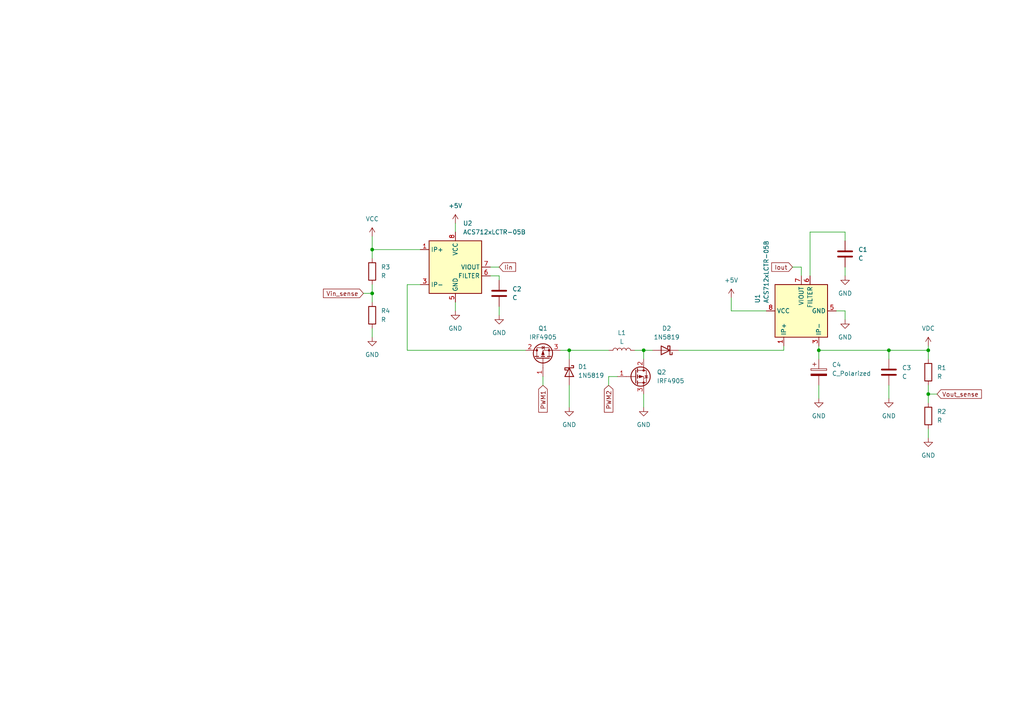
<source format=kicad_sch>
(kicad_sch (version 20230121) (generator eeschema)
  (paper "A4")
  (lib_symbols
    (symbol "Device:C" (pin_numbers hide) (pin_names (offset 0.254))
      (property "Reference" "C" (at 0.635 2.54 0))
      (property "Value" "C" (at 0.635 -2.54 0))
      (symbol "C_0_1"
        (polyline (pts (xy -2.032 -0.762) (xy 2.032 -0.762)) (stroke (width 0.508)))
        (polyline (pts (xy -2.032 0.762) (xy 2.032 0.762)) (stroke (width 0.508)))
      )
      (symbol "C_1_1"
        (pin passive line (at 0 3.81 270) (length 2.794) (name "~") (number "1"))
        (pin passive line (at 0 -3.81 90) (length 2.794) (name "~") (number "2"))
      )
    )
    (symbol "Device:C_Polarized" (pin_numbers hide) (pin_names (offset 0.254))
      (property "Reference" "C" (at 0.635 2.54 0))
      (property "Value" "C_Polarized" (at 0.635 -2.54 0))
      (symbol "C_Polarized_0_1"
        (rectangle (start -2.286 0.508) (end 2.286 1.016))
        (polyline (pts (xy -1.778 2.286) (xy -0.762 2.286)))
        (polyline (pts (xy -1.27 2.794) (xy -1.27 1.778)))
        (rectangle (start 2.286 -0.508) (end -2.286 -1.016) (fill (type outline)))
      )
      (symbol "C_Polarized_1_1"
        (pin passive line (at 0 3.81 270) (length 2.794) (name "~") (number "1"))
        (pin passive line (at 0 -3.81 90) (length 2.794) (name "~") (number "2"))
      )
    )
    (symbol "Device:L" (pin_numbers hide) (pin_names (offset 1.016) hide)
      (property "Reference" "L" (at -1.27 0 90))
      (property "Value" "L" (at 1.905 0 90))
      (symbol "L_0_1"
        (arc (start 0 -2.54) (mid 0.6323 -1.905) (end 0 -1.27))
        (arc (start 0 -1.27) (mid 0.6323 -0.635) (end 0 0))
        (arc (start 0 0) (mid 0.6323 0.635) (end 0 1.27))
        (arc (start 0 1.27) (mid 0.6323 1.905) (end 0 2.54))
      )
      (symbol "L_1_1"
        (pin passive line (at 0 3.81 270) (length 1.27) (name "1") (number "1"))
        (pin passive line (at 0 -3.81 90) (length 1.27) (name "2") (number "2"))
      )
    )
    (symbol "Device:R" (pin_numbers hide) (pin_names (offset 0))
      (property "Reference" "R" (at 2.032 0 90))
      (property "Value" "R" (at 0 0 90))
      (symbol "R_0_1"
        (rectangle (start -1.016 -2.54) (end 1.016 2.54) (stroke (width 0.254)))
      )
      (symbol "R_1_1"
        (pin passive line (at 0 3.81 270) (length 1.27) (name "~") (number "1"))
        (pin passive line (at 0 -3.81 90) (length 1.27) (name "~") (number "2"))
      )
    )
    (symbol "Diode:1N5819" (pin_numbers hide) (pin_names (offset 1.016) hide)
      (property "Reference" "D" (at 0 2.54 0))
      (property "Value" "1N5819" (at 0 -2.54 0))
      (symbol "1N5819_0_1"
        (polyline (pts (xy 1.27 0) (xy -1.27 0)))
        (polyline (pts (xy 1.27 1.27) (xy 1.27 -1.27) (xy -1.27 0) (xy 1.27 1.27)) (stroke (width 0.254)))
        (polyline (pts (xy -1.905 0.635) (xy -1.905 1.27) (xy -1.27 1.27) (xy -1.27 -1.27) (xy -0.635 -1.27) (xy -0.635 -0.635)) (stroke (width 0.254)))
      )
      (symbol "1N5819_1_1"
        (pin passive line (at -3.81 0 0) (length 2.54) (name "K") (number "1"))
        (pin passive line (at 3.81 0 180) (length 2.54) (name "A") (number "2"))
      )
    )
    (symbol "Sensor_Current:ACS712xLCTR-05B"
      (property "Reference" "U" (at 2.54 11.43 0))
      (property "Value" "ACS712xLCTR-05B" (at 2.54 8.89 0))
      (symbol "ACS712xLCTR-05B_0_1"
        (rectangle (start -7.62 7.62) (end 7.62 -7.62) (stroke (width 0.254)) (fill (type background)))
      )
      (symbol "ACS712xLCTR-05B_1_1"
        (pin passive line (at -10.16 5.08 0) (length 2.54) (name "IP+") (number "1"))
        (pin passive line (at -10.16 5.08 0) (length 2.54) hide (name "IP+") (number "2"))
        (pin passive line (at -10.16 -5.08 0) (length 2.54) (name "IP-") (number "3"))
        (pin passive line (at -10.16 -5.08 0) (length 2.54) hide (name "IP-") (number "4"))
        (pin power_in line (at 0 -10.16 90) (length 2.54) (name "GND") (number "5"))
        (pin passive line (at 10.16 -2.54 180) (length 2.54) (name "FILTER") (number "6"))
        (pin output line (at 10.16 0 180) (length 2.54) (name "VIOUT") (number "7"))
        (pin power_in line (at 0 10.16 270) (length 2.54) (name "VCC") (number "8"))
      )
    )
    (symbol "Transistor_FET:IRF4905" (pin_names hide)
      (property "Reference" "Q" (at 5.08 1.905 0))
      (property "Value" "IRF4905" (at 5.08 0 0))
      (symbol "IRF4905_0_1"
        (polyline (pts (xy 0.254 0) (xy -2.54 0)))
        (polyline (pts (xy 0.254 1.905) (xy 0.254 -1.905)) (stroke (width 0.254)))
        (polyline (pts (xy 0.762 -1.27) (xy 0.762 -2.286)) (stroke (width 0.254)))
        (polyline (pts (xy 0.762 0.508) (xy 0.762 -0.508)) (stroke (width 0.254)))
        (polyline (pts (xy 0.762 2.286) (xy 0.762 1.27)) (stroke (width 0.254)))
        (polyline (pts (xy 2.54 2.54) (xy 2.54 1.778)))
        (polyline (pts (xy 2.54 -2.54) (xy 2.54 0) (xy 0.762 0)))
        (polyline (pts (xy 0.762 1.778) (xy 3.302 1.778) (xy 3.302 -1.778) (xy 0.762 -1.778)))
        (polyline (pts (xy 2.286 0) (xy 1.27 0.381) (xy 1.27 -0.381) (xy 2.286 0)) (fill (type outline)))
        (polyline (pts (xy 2.794 -0.508) (xy 2.921 -0.381) (xy 3.683 -0.381) (xy 3.81 -0.254)))
        (polyline (pts (xy 3.302 -0.381) (xy 2.921 0.254) (xy 3.683 0.254) (xy 3.302 -0.381)))
        (circle (center 1.651 0) (radius 2.794) (stroke (width 0.254)))
        (circle (center 2.54 -1.778) (radius 0.254) (fill (type outline)))
        (circle (center 2.54 1.778) (radius 0.254) (fill (type outline)))
      )
      (symbol "IRF4905_1_1"
        (pin input line (at -5.08 0 0) (length 2.54) (name "G") (number "1"))
        (pin passive line (at 2.54 5.08 270) (length 2.54) (name "D") (number "2"))
        (pin passive line (at 2.54 -5.08 90) (length 2.54) (name "S") (number "3"))
      )
    )
    (symbol "power:+5V" (power) (pin_names (offset 0))
      (property "Value" "+5V" (at 0 3.556 0))
      (symbol "+5V_0_1"
        (polyline (pts (xy -0.762 1.27) (xy 0 2.54)))
        (polyline (pts (xy 0 0) (xy 0 2.54)))
        (polyline (pts (xy 0 2.54) (xy 0.762 1.27)))
      )
      (symbol "+5V_1_1"
        (pin power_in line (at 0 0 90) (length 0) hide (name "+5V") (number "1"))
      )
    )
    (symbol "power:GND" (power) (pin_names (offset 0))
      (property "Value" "GND" (at 0 -3.81 0))
      (symbol "GND_0_1"
        (polyline (pts (xy 0 0) (xy 0 -1.27) (xy 1.27 -1.27) (xy 0 -2.54) (xy -1.27 -1.27) (xy 0 -1.27)))
      )
      (symbol "GND_1_1"
        (pin power_in line (at 0 0 270) (length 0) hide (name "GND") (number "1"))
      )
    )
    (symbol "power:VCC" (power) (pin_names (offset 0))
      (property "Value" "VCC" (at 0 3.81 0))
      (symbol "VCC_0_1"
        (polyline (pts (xy -0.762 1.27) (xy 0 2.54)))
        (polyline (pts (xy 0 0) (xy 0 2.54)))
        (polyline (pts (xy 0 2.54) (xy 0.762 1.27)))
      )
      (symbol "VCC_1_1"
        (pin power_in line (at 0 0 90) (length 0) hide (name "VCC") (number "1"))
      )
    )
    (symbol "power:VDC" (power) (pin_names (offset 0))
      (property "Value" "VDC" (at 0 6.35 0))
      (symbol "VDC_0_1"
        (polyline (pts (xy -0.762 1.27) (xy 0 2.54)))
        (polyline (pts (xy 0 0) (xy 0 2.54)))
        (polyline (pts (xy 0 2.54) (xy 0.762 1.27)))
      )
      (symbol "VDC_1_1"
        (pin power_in line (at 0 0 90) (length 0) hide (name "VDC") (number "1"))
      )
    )
  )
  (junction (at 269.24 114.3))
  (junction (at 107.95 72.39))
  (junction (at 165.1 101.6))
  (junction (at 269.24 101.6))
  (junction (at 257.81 101.6))
  (junction (at 107.95 85.09))
  (junction (at 237.49 101.6))
  (junction (at 186.69 101.6))
  (wire (pts (xy 237.49 101.6) (xy 257.81 101.6)))
  (wire (pts (xy 232.41 77.47) (xy 232.41 80.01)))
  (wire (pts (xy 227.33 101.6) (xy 227.33 100.33)))
  (wire (pts (xy 142.24 80.01) (xy 144.78 80.01)))
  (wire (pts (xy 245.11 90.17) (xy 245.11 92.71)))
  (wire (pts (xy 162.56 101.6) (xy 165.1 101.6)))
  (wire (pts (xy 245.11 67.31) (xy 245.11 69.85)))
  (wire (pts (xy 234.95 67.31) (xy 234.95 80.01)))
  (wire (pts (xy 165.1 111.76) (xy 165.1 118.11)))
  (wire (pts (xy 245.11 77.47) (xy 245.11 80.01)))
  (wire (pts (xy 132.08 87.63) (xy 132.08 90.17)))
  (wire (pts (xy 269.24 101.6) (xy 269.24 104.14)))
  (wire (pts (xy 229.87 77.47) (xy 232.41 77.47)))
  (wire (pts (xy 257.81 101.6) (xy 257.81 104.14)))
  (wire (pts (xy 237.49 100.33) (xy 237.49 101.6)))
  (wire (pts (xy 165.1 101.6) (xy 165.1 104.14)))
  (wire (pts (xy 121.92 72.39) (xy 107.95 72.39)))
  (wire (pts (xy 237.49 101.6) (xy 237.49 104.14)))
  (wire (pts (xy 242.57 90.17) (xy 245.11 90.17)))
  (wire (pts (xy 269.24 114.3) (xy 271.78 114.3)))
  (wire (pts (xy 212.09 90.17) (xy 212.09 86.36)))
  (wire (pts (xy 269.24 101.6) (xy 269.24 100.33)))
  (wire (pts (xy 186.69 101.6) (xy 189.23 101.6)))
  (wire (pts (xy 132.08 64.77) (xy 132.08 67.31)))
  (wire (pts (xy 184.15 101.6) (xy 186.69 101.6)))
  (wire (pts (xy 107.95 72.39) (xy 107.95 68.58)))
  (wire (pts (xy 118.11 101.6) (xy 118.11 82.55)))
  (wire (pts (xy 107.95 85.09) (xy 105.41 85.09)))
  (wire (pts (xy 269.24 124.46) (xy 269.24 127)))
  (wire (pts (xy 157.48 109.22) (xy 157.48 111.76)))
  (wire (pts (xy 186.69 101.6) (xy 186.69 104.14)))
  (wire (pts (xy 257.81 111.76) (xy 257.81 115.57)))
  (wire (pts (xy 107.95 72.39) (xy 107.95 74.93)))
  (wire (pts (xy 144.78 80.01) (xy 144.78 81.28)))
  (wire (pts (xy 107.95 95.25) (xy 107.95 97.79)))
  (wire (pts (xy 107.95 82.55) (xy 107.95 85.09)))
  (wire (pts (xy 179.07 109.22) (xy 176.53 109.22)))
  (wire (pts (xy 107.95 85.09) (xy 107.95 87.63)))
  (wire (pts (xy 269.24 114.3) (xy 269.24 116.84)))
  (wire (pts (xy 222.25 90.17) (xy 212.09 90.17)))
  (wire (pts (xy 269.24 101.6) (xy 257.81 101.6)))
  (wire (pts (xy 237.49 111.76) (xy 237.49 115.57)))
  (wire (pts (xy 118.11 82.55) (xy 121.92 82.55)))
  (wire (pts (xy 269.24 111.76) (xy 269.24 114.3)))
  (wire (pts (xy 152.4 101.6) (xy 118.11 101.6)))
  (wire (pts (xy 196.85 101.6) (xy 227.33 101.6)))
  (wire (pts (xy 234.95 67.31) (xy 245.11 67.31)))
  (wire (pts (xy 186.69 114.3) (xy 186.69 118.11)))
  (wire (pts (xy 165.1 101.6) (xy 176.53 101.6)))
  (wire (pts (xy 176.53 109.22) (xy 176.53 111.76)))
  (wire (pts (xy 144.78 88.9) (xy 144.78 91.44)))
  (wire (pts (xy 142.24 77.47) (xy 144.78 77.47)))
  (global_label "Vout_sense" (shape input) (at 271.78 114.3 0) (property "Intersheetrefs" "${INTERSHEET_REFS}" (effects hide)))
  (global_label "PWM2" (shape input) (at 176.53 111.76 270) (property "Intersheetrefs" "${INTERSHEET_REFS}" (effects hide)))
  (global_label "Iout" (shape input) (at 229.87 77.47 180) (property "Intersheetrefs" "${INTERSHEET_REFS}" (effects hide)))
  (global_label "Iin" (shape input) (at 144.78 77.47 0) (property "Intersheetrefs" "${INTERSHEET_REFS}" (effects hide)))
  (global_label "PWM1" (shape input) (at 157.48 111.76 270) (property "Intersheetrefs" "${INTERSHEET_REFS}" (effects hide)))
  (global_label "Vin_sense" (shape input) (at 105.41 85.09 180) (property "Intersheetrefs" "${INTERSHEET_REFS}" (effects hide)))
  (symbol (lib_id "power:GND") (at 269.24 127 0) (unit 1)
    (property "Reference" "#PWR013" (effects hide))
    (property "Value" "GND" (at 269.24 132.08 0))
  )
  (symbol (lib_id "Sensor_Current:ACS712xLCTR-05B") (at 232.41 90.17 90) (unit 1)
    (property "Reference" "U1" (at 219.71 87.9759 0) (effects (justify left)))
    (property "Value" "ACS712xLCTR-05B" (at 222.25 87.9759 0) (effects (justify left)))
    (property "Footprint" "Package_SO:SOIC-8_3.9x4.9mm_P1.27mm" (effects hide))
    (property "Datasheet" "http://www.allegromicro.com/~/media/Files/Datasheets/ACS712-Datasheet.ashx?la=en" (effects hide))
  )
  (symbol (lib_id "Device:C") (at 257.81 107.95 0) (unit 1)
    (property "Reference" "C3" (at 261.62 106.68 0) (effects (justify left)))
    (property "Value" "C" (at 261.62 109.22 0) (effects (justify left)))
  )
  (symbol (lib_id "Device:C_Polarized") (at 237.49 107.95 0) (unit 1)
    (property "Reference" "C4" (at 241.3 105.791 0) (effects (justify left)))
    (property "Value" "C_Polarized" (at 241.3 108.331 0) (effects (justify left)))
  )
  (symbol (lib_id "power:GND") (at 257.81 115.57 0) (unit 1)
    (property "Reference" "#PWR012" (effects hide))
    (property "Value" "GND" (at 257.81 120.65 0))
  )
  (symbol (lib_id "power:GND") (at 186.69 118.11 0) (unit 1)
    (property "Reference" "#PWR03" (effects hide))
    (property "Value" "GND" (at 186.69 123.19 0))
  )
  (symbol (lib_id "power:GND") (at 165.1 118.11 0) (unit 1)
    (property "Reference" "#PWR02" (effects hide))
    (property "Value" "GND" (at 165.1 123.19 0))
  )
  (symbol (lib_id "power:+5V") (at 212.09 86.36 0) (unit 1)
    (property "Reference" "#PWR04" (effects hide))
    (property "Value" "+5V" (at 212.09 81.28 0))
  )
  (symbol (lib_id "power:GND") (at 245.11 80.01 0) (unit 1)
    (property "Reference" "#PWR06" (effects hide))
    (property "Value" "GND" (at 245.11 85.09 0))
  )
  (symbol (lib_id "Diode:1N5819") (at 165.1 107.95 270) (unit 1)
    (property "Reference" "D1" (at 167.64 106.3625 90) (effects (justify left)))
    (property "Value" "1N5819" (at 167.64 108.9025 90) (effects (justify left)))
    (property "Footprint" "Diode_THT:D_DO-41_SOD81_P10.16mm_Horizontal" (effects hide))
    (property "Datasheet" "http://www.vishay.com/docs/88525/1n5817.pdf" (effects hide))
  )
  (symbol (lib_id "power:GND") (at 237.49 115.57 0) (unit 1)
    (property "Reference" "#PWR011" (effects hide))
    (property "Value" "GND" (at 237.49 120.65 0))
  )
  (symbol (lib_id "power:GND") (at 144.78 91.44 0) (unit 1)
    (property "Reference" "#PWR09" (effects hide))
    (property "Value" "GND" (at 144.78 96.52 0))
  )
  (symbol (lib_id "Device:R") (at 107.95 91.44 0) (unit 1)
    (property "Reference" "R4" (at 110.49 90.17 0) (effects (justify left)))
    (property "Value" "R" (at 110.49 92.71 0) (effects (justify left)))
  )
  (symbol (lib_id "Device:R") (at 269.24 107.95 0) (unit 1)
    (property "Reference" "R1" (at 271.78 106.68 0) (effects (justify left)))
    (property "Value" "R" (at 271.78 109.22 0) (effects (justify left)))
  )
  (symbol (lib_id "power:+5V") (at 132.08 64.77 0) (unit 1)
    (property "Reference" "#PWR07" (effects hide))
    (property "Value" "+5V" (at 132.08 59.69 0))
  )
  (symbol (lib_id "Device:C") (at 144.78 85.09 0) (unit 1)
    (property "Reference" "C2" (at 148.59 83.82 0) (effects (justify left)))
    (property "Value" "C" (at 148.59 86.36 0) (effects (justify left)))
  )
  (symbol (lib_id "power:VCC") (at 107.95 68.58 0) (unit 1)
    (property "Reference" "#PWR01" (effects hide))
    (property "Value" "VCC" (at 107.95 63.5 0))
  )
  (symbol (lib_id "power:GND") (at 245.11 92.71 0) (unit 1)
    (property "Reference" "#PWR05" (effects hide))
    (property "Value" "GND" (at 245.11 97.79 0))
  )
  (symbol (lib_id "Transistor_FET:IRF4905") (at 184.15 109.22 0) (unit 1)
    (property "Reference" "Q2" (at 190.5 107.95 0) (effects (justify left)))
    (property "Value" "IRF4905" (at 190.5 110.49 0) (effects (justify left)))
    (property "Footprint" "Package_TO_SOT_THT:TO-220-3_Vertical" (effects hide))
    (property "Datasheet" "http://www.infineon.com/dgdl/irf4905.pdf?fileId=5546d462533600a4015355e32165197c" (effects hide))
  )
  (symbol (lib_id "power:VDC") (at 269.24 100.33 0) (unit 1)
    (property "Reference" "#PWR010" (effects hide))
    (property "Value" "VDC" (at 269.24 95.25 0))
  )
  (symbol (lib_id "Device:C") (at 245.11 73.66 0) (unit 1)
    (property "Reference" "C1" (at 248.92 72.39 0) (effects (justify left)))
    (property "Value" "C" (at 248.92 74.93 0) (effects (justify left)))
  )
  (symbol (lib_id "Device:R") (at 269.24 120.65 0) (unit 1)
    (property "Reference" "R2" (at 271.78 119.38 0) (effects (justify left)))
    (property "Value" "R" (at 271.78 121.92 0) (effects (justify left)))
  )
  (symbol (lib_id "Transistor_FET:IRF4905") (at 157.48 104.14 90) (unit 1)
    (property "Reference" "Q1" (at 157.48 95.25 90))
    (property "Value" "IRF4905" (at 157.48 97.79 90))
    (property "Footprint" "Package_TO_SOT_THT:TO-220-3_Vertical" (effects hide))
    (property "Datasheet" "http://www.infineon.com/dgdl/irf4905.pdf?fileId=5546d462533600a4015355e32165197c" (effects hide))
  )
  (symbol (lib_id "power:GND") (at 107.95 97.79 0) (unit 1)
    (property "Reference" "#PWR014" (effects hide))
    (property "Value" "GND" (at 107.95 102.87 0))
  )
  (symbol (lib_id "Sensor_Current:ACS712xLCTR-05B") (at 132.08 77.47 0) (unit 1)
    (property "Reference" "U2" (at 134.2741 64.77 0) (effects (justify left)))
    (property "Value" "ACS712xLCTR-05B" (at 134.2741 67.31 0) (effects (justify left)))
    (property "Footprint" "Package_SO:SOIC-8_3.9x4.9mm_P1.27mm" (effects hide))
    (property "Datasheet" "http://www.allegromicro.com/~/media/Files/Datasheets/ACS712-Datasheet.ashx?la=en" (effects hide))
  )
  (symbol (lib_id "Diode:1N5819") (at 193.04 101.6 180) (unit 1)
    (property "Reference" "D2" (at 193.3575 95.25 0))
    (property "Value" "1N5819" (at 193.3575 97.79 0))
    (property "Footprint" "Diode_THT:D_DO-41_SOD81_P10.16mm_Horizontal" (effects hide))
    (property "Datasheet" "http://www.vishay.com/docs/88525/1n5817.pdf" (effects hide))
  )
  (symbol (lib_id "Device:R") (at 107.95 78.74 0) (unit 1)
    (property "Reference" "R3" (at 110.49 77.47 0) (effects (justify left)))
    (property "Value" "R" (at 110.49 80.01 0) (effects (justify left)))
  )
  (symbol (lib_id "Device:L") (at 180.34 101.6 90) (unit 1)
    (property "Reference" "L1" (at 180.34 96.52 90))
    (property "Value" "L" (at 180.34 99.06 90))
  )
  (symbol (lib_id "power:GND") (at 132.08 90.17 0) (unit 1)
    (property "Reference" "#PWR08" (effects hide))
    (property "Value" "GND" (at 132.08 95.25 0))
  )
)
</source>
